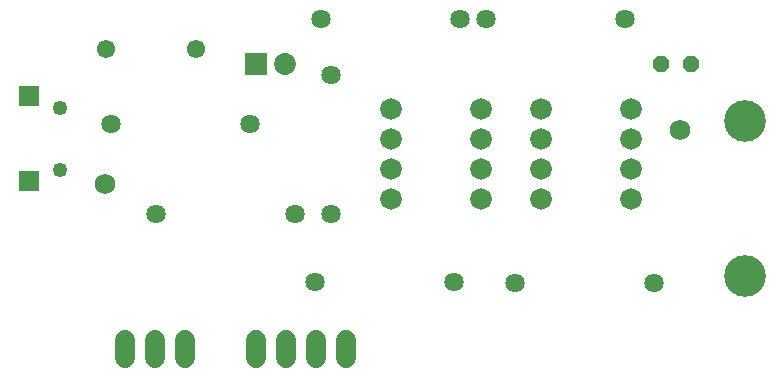
<source format=gbr>
G04 EAGLE Gerber RS-274X export*
G75*
%MOMM*%
%FSLAX34Y34*%
%LPD*%
%INSoldermask Bottom*%
%IPPOS*%
%AMOC8*
5,1,8,0,0,1.08239X$1,22.5*%
G01*
G04 Define Apertures*
%ADD10C,1.854200*%
%ADD11R,1.854200X1.854200*%
%ADD12C,1.633200*%
%ADD13C,1.828800*%
%ADD14C,3.530600*%
%ADD15C,1.553200*%
%ADD16C,1.727200*%
%ADD17P,1.53959X8X22.5*%
%ADD18C,1.253200*%
%ADD19R,1.703200X1.703200*%
%ADD20C,1.727200*%
D10*
X241100Y342900D03*
D11*
X216100Y342900D03*
D12*
X131700Y215900D03*
X249300Y215900D03*
X279400Y215520D03*
X279400Y333120D03*
X211200Y292100D03*
X93600Y292100D03*
X383920Y158552D03*
X266320Y158552D03*
D13*
X330200Y304800D03*
X330200Y279400D03*
X406400Y279400D03*
X406400Y304800D03*
X330200Y254000D03*
X330200Y228600D03*
X406400Y254000D03*
X406400Y228600D03*
D14*
X630400Y294259D03*
X630400Y162941D03*
D15*
X165100Y355600D03*
X88900Y355600D03*
D16*
X241300Y109220D02*
X241300Y93980D01*
X215900Y93980D02*
X215900Y109220D01*
D13*
X457200Y304800D03*
X457200Y279400D03*
X533400Y279400D03*
X533400Y304800D03*
X457200Y254000D03*
X457200Y228600D03*
X533400Y254000D03*
X533400Y228600D03*
D17*
X558800Y342900D03*
X584200Y342900D03*
D12*
X553428Y157480D03*
X435828Y157480D03*
X411100Y381000D03*
X528700Y381000D03*
X271400Y381000D03*
X389000Y381000D03*
D16*
X266700Y109220D02*
X266700Y93980D01*
X292100Y93980D02*
X292100Y109220D01*
D18*
X50400Y253400D03*
X50400Y305400D03*
D19*
X23900Y243400D03*
X23900Y315400D03*
D16*
X105410Y109220D02*
X105410Y93980D01*
X130810Y93980D02*
X130810Y109220D01*
X156210Y109220D02*
X156210Y93980D01*
D20*
X575310Y287020D03*
X88600Y241000D03*
M02*

</source>
